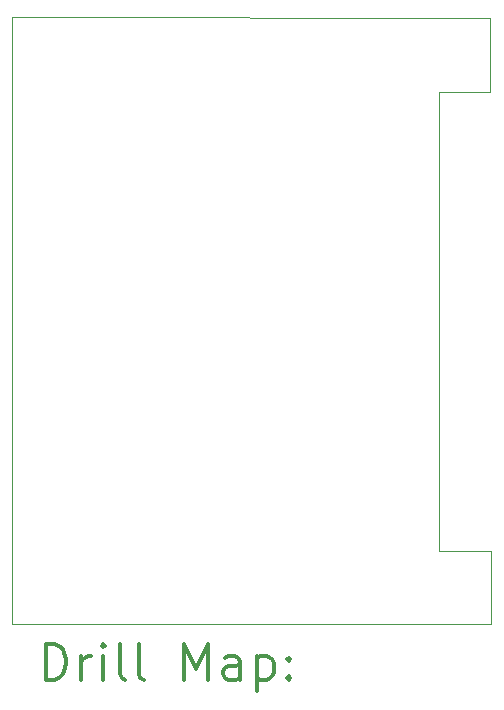
<source format=gbr>
%FSLAX45Y45*%
G04 Gerber Fmt 4.5, Leading zero omitted, Abs format (unit mm)*
G04 Created by KiCad (PCBNEW (5.1.10)-1) date 2022-01-06 01:00:44*
%MOMM*%
%LPD*%
G01*
G04 APERTURE LIST*
%TA.AperFunction,Profile*%
%ADD10C,0.050000*%
%TD*%
%ADD11C,0.200000*%
%ADD12C,0.300000*%
G04 APERTURE END LIST*
D10*
X15679200Y-7817000D02*
X15679200Y-12954000D01*
X19723100Y-7823200D02*
X15679200Y-7817000D01*
X19723100Y-8445500D02*
X19723100Y-7823200D01*
X19291300Y-8445500D02*
X19723100Y-8445500D01*
X19291300Y-12331700D02*
X19291300Y-8445500D01*
X19735800Y-12954000D02*
X15679200Y-12954000D01*
X19735800Y-12331700D02*
X19735800Y-12954000D01*
X19291300Y-12331700D02*
X19735800Y-12331700D01*
D11*
D12*
X15963128Y-13422214D02*
X15963128Y-13122214D01*
X16034557Y-13122214D01*
X16077414Y-13136500D01*
X16105986Y-13165071D01*
X16120271Y-13193643D01*
X16134557Y-13250786D01*
X16134557Y-13293643D01*
X16120271Y-13350786D01*
X16105986Y-13379357D01*
X16077414Y-13407929D01*
X16034557Y-13422214D01*
X15963128Y-13422214D01*
X16263128Y-13422214D02*
X16263128Y-13222214D01*
X16263128Y-13279357D02*
X16277414Y-13250786D01*
X16291700Y-13236500D01*
X16320271Y-13222214D01*
X16348843Y-13222214D01*
X16448843Y-13422214D02*
X16448843Y-13222214D01*
X16448843Y-13122214D02*
X16434557Y-13136500D01*
X16448843Y-13150786D01*
X16463128Y-13136500D01*
X16448843Y-13122214D01*
X16448843Y-13150786D01*
X16634557Y-13422214D02*
X16605986Y-13407929D01*
X16591700Y-13379357D01*
X16591700Y-13122214D01*
X16791700Y-13422214D02*
X16763128Y-13407929D01*
X16748843Y-13379357D01*
X16748843Y-13122214D01*
X17134557Y-13422214D02*
X17134557Y-13122214D01*
X17234557Y-13336500D01*
X17334557Y-13122214D01*
X17334557Y-13422214D01*
X17605986Y-13422214D02*
X17605986Y-13265071D01*
X17591700Y-13236500D01*
X17563128Y-13222214D01*
X17505986Y-13222214D01*
X17477414Y-13236500D01*
X17605986Y-13407929D02*
X17577414Y-13422214D01*
X17505986Y-13422214D01*
X17477414Y-13407929D01*
X17463128Y-13379357D01*
X17463128Y-13350786D01*
X17477414Y-13322214D01*
X17505986Y-13307929D01*
X17577414Y-13307929D01*
X17605986Y-13293643D01*
X17748843Y-13222214D02*
X17748843Y-13522214D01*
X17748843Y-13236500D02*
X17777414Y-13222214D01*
X17834557Y-13222214D01*
X17863128Y-13236500D01*
X17877414Y-13250786D01*
X17891700Y-13279357D01*
X17891700Y-13365071D01*
X17877414Y-13393643D01*
X17863128Y-13407929D01*
X17834557Y-13422214D01*
X17777414Y-13422214D01*
X17748843Y-13407929D01*
X18020271Y-13393643D02*
X18034557Y-13407929D01*
X18020271Y-13422214D01*
X18005986Y-13407929D01*
X18020271Y-13393643D01*
X18020271Y-13422214D01*
X18020271Y-13236500D02*
X18034557Y-13250786D01*
X18020271Y-13265071D01*
X18005986Y-13250786D01*
X18020271Y-13236500D01*
X18020271Y-13265071D01*
M02*

</source>
